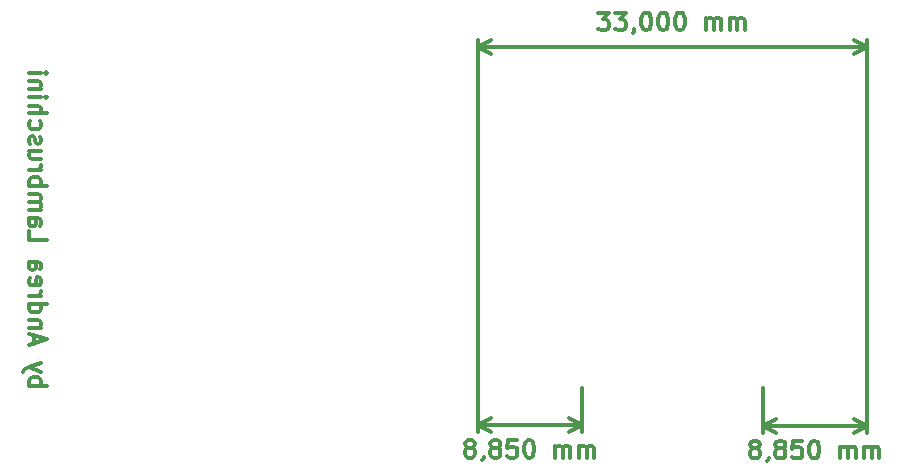
<source format=gbr>
G04 #@! TF.GenerationSoftware,KiCad,Pcbnew,5.0.2-bee76a0~70~ubuntu16.04.1*
G04 #@! TF.CreationDate,2021-09-15T08:57:49+02:00*
G04 #@! TF.ProjectId,axis2,61786973-322e-46b6-9963-61645f706362,rev?*
G04 #@! TF.SameCoordinates,Original*
G04 #@! TF.FileFunction,Legend,Bot*
G04 #@! TF.FilePolarity,Positive*
%FSLAX46Y46*%
G04 Gerber Fmt 4.6, Leading zero omitted, Abs format (unit mm)*
G04 Created by KiCad (PCBNEW 5.0.2-bee76a0~70~ubuntu16.04.1) date mer 15 set 2021 08:57:49 CEST*
%MOMM*%
%LPD*%
G01*
G04 APERTURE LIST*
%ADD10C,0.300000*%
G04 APERTURE END LIST*
D10*
X153842127Y-109332932D02*
X153699270Y-109261504D01*
X153627841Y-109190075D01*
X153556413Y-109047218D01*
X153556413Y-108975789D01*
X153627841Y-108832932D01*
X153699270Y-108761504D01*
X153842127Y-108690075D01*
X154127841Y-108690075D01*
X154270698Y-108761504D01*
X154342127Y-108832932D01*
X154413555Y-108975789D01*
X154413555Y-109047218D01*
X154342127Y-109190075D01*
X154270698Y-109261504D01*
X154127841Y-109332932D01*
X153842127Y-109332932D01*
X153699270Y-109404361D01*
X153627841Y-109475789D01*
X153556413Y-109618646D01*
X153556413Y-109904361D01*
X153627841Y-110047218D01*
X153699270Y-110118646D01*
X153842127Y-110190075D01*
X154127841Y-110190075D01*
X154270698Y-110118646D01*
X154342127Y-110047218D01*
X154413555Y-109904361D01*
X154413555Y-109618646D01*
X154342127Y-109475789D01*
X154270698Y-109404361D01*
X154127841Y-109332932D01*
X155127841Y-110118646D02*
X155127841Y-110190075D01*
X155056413Y-110332932D01*
X154984984Y-110404361D01*
X155984984Y-109332932D02*
X155842127Y-109261504D01*
X155770698Y-109190075D01*
X155699270Y-109047218D01*
X155699270Y-108975789D01*
X155770698Y-108832932D01*
X155842127Y-108761504D01*
X155984984Y-108690075D01*
X156270698Y-108690075D01*
X156413555Y-108761504D01*
X156484984Y-108832932D01*
X156556413Y-108975789D01*
X156556413Y-109047218D01*
X156484984Y-109190075D01*
X156413555Y-109261504D01*
X156270698Y-109332932D01*
X155984984Y-109332932D01*
X155842127Y-109404361D01*
X155770698Y-109475789D01*
X155699270Y-109618646D01*
X155699270Y-109904361D01*
X155770698Y-110047218D01*
X155842127Y-110118646D01*
X155984984Y-110190075D01*
X156270698Y-110190075D01*
X156413555Y-110118646D01*
X156484984Y-110047218D01*
X156556413Y-109904361D01*
X156556413Y-109618646D01*
X156484984Y-109475789D01*
X156413555Y-109404361D01*
X156270698Y-109332932D01*
X157913555Y-108690075D02*
X157199270Y-108690075D01*
X157127841Y-109404361D01*
X157199270Y-109332932D01*
X157342127Y-109261504D01*
X157699270Y-109261504D01*
X157842127Y-109332932D01*
X157913555Y-109404361D01*
X157984984Y-109547218D01*
X157984984Y-109904361D01*
X157913555Y-110047218D01*
X157842127Y-110118646D01*
X157699270Y-110190075D01*
X157342127Y-110190075D01*
X157199270Y-110118646D01*
X157127841Y-110047218D01*
X158913555Y-108690075D02*
X159056413Y-108690075D01*
X159199270Y-108761504D01*
X159270698Y-108832932D01*
X159342127Y-108975789D01*
X159413555Y-109261504D01*
X159413555Y-109618646D01*
X159342127Y-109904361D01*
X159270698Y-110047218D01*
X159199270Y-110118646D01*
X159056413Y-110190075D01*
X158913555Y-110190075D01*
X158770698Y-110118646D01*
X158699270Y-110047218D01*
X158627841Y-109904361D01*
X158556413Y-109618646D01*
X158556413Y-109261504D01*
X158627841Y-108975789D01*
X158699270Y-108832932D01*
X158770698Y-108761504D01*
X158913555Y-108690075D01*
X161199270Y-110190075D02*
X161199270Y-109190075D01*
X161199270Y-109332932D02*
X161270698Y-109261504D01*
X161413555Y-109190075D01*
X161627841Y-109190075D01*
X161770698Y-109261504D01*
X161842127Y-109404361D01*
X161842127Y-110190075D01*
X161842127Y-109404361D02*
X161913555Y-109261504D01*
X162056413Y-109190075D01*
X162270698Y-109190075D01*
X162413555Y-109261504D01*
X162484984Y-109404361D01*
X162484984Y-110190075D01*
X163199270Y-110190075D02*
X163199270Y-109190075D01*
X163199270Y-109332932D02*
X163270698Y-109261504D01*
X163413555Y-109190075D01*
X163627841Y-109190075D01*
X163770698Y-109261504D01*
X163842127Y-109404361D01*
X163842127Y-110190075D01*
X163842127Y-109404361D02*
X163913555Y-109261504D01*
X164056413Y-109190075D01*
X164270698Y-109190075D01*
X164413555Y-109261504D01*
X164484984Y-109404361D01*
X164484984Y-110190075D01*
X163481413Y-107411504D02*
X154631413Y-107411504D01*
X163481413Y-104261504D02*
X163481413Y-107997925D01*
X154631413Y-104261504D02*
X154631413Y-107997925D01*
X154631413Y-107411504D02*
X155757917Y-106825083D01*
X154631413Y-107411504D02*
X155757917Y-107997925D01*
X163481413Y-107411504D02*
X162354909Y-106825083D01*
X163481413Y-107411504D02*
X162354909Y-107997925D01*
X92521428Y-104050000D02*
X94021428Y-104050000D01*
X93450000Y-104050000D02*
X93521428Y-103907142D01*
X93521428Y-103621428D01*
X93450000Y-103478571D01*
X93378571Y-103407142D01*
X93235714Y-103335714D01*
X92807142Y-103335714D01*
X92664285Y-103407142D01*
X92592857Y-103478571D01*
X92521428Y-103621428D01*
X92521428Y-103907142D01*
X92592857Y-104050000D01*
X93521428Y-102835714D02*
X92521428Y-102478571D01*
X93521428Y-102121428D02*
X92521428Y-102478571D01*
X92164285Y-102621428D01*
X92092857Y-102692857D01*
X92021428Y-102835714D01*
X92950000Y-100478571D02*
X92950000Y-99764285D01*
X92521428Y-100621428D02*
X94021428Y-100121428D01*
X92521428Y-99621428D01*
X93521428Y-99121428D02*
X92521428Y-99121428D01*
X93378571Y-99121428D02*
X93450000Y-99050000D01*
X93521428Y-98907142D01*
X93521428Y-98692857D01*
X93450000Y-98550000D01*
X93307142Y-98478571D01*
X92521428Y-98478571D01*
X92521428Y-97121428D02*
X94021428Y-97121428D01*
X92592857Y-97121428D02*
X92521428Y-97264285D01*
X92521428Y-97550000D01*
X92592857Y-97692857D01*
X92664285Y-97764285D01*
X92807142Y-97835714D01*
X93235714Y-97835714D01*
X93378571Y-97764285D01*
X93450000Y-97692857D01*
X93521428Y-97550000D01*
X93521428Y-97264285D01*
X93450000Y-97121428D01*
X92521428Y-96407142D02*
X93521428Y-96407142D01*
X93235714Y-96407142D02*
X93378571Y-96335714D01*
X93450000Y-96264285D01*
X93521428Y-96121428D01*
X93521428Y-95978571D01*
X92592857Y-94907142D02*
X92521428Y-95050000D01*
X92521428Y-95335714D01*
X92592857Y-95478571D01*
X92735714Y-95550000D01*
X93307142Y-95550000D01*
X93450000Y-95478571D01*
X93521428Y-95335714D01*
X93521428Y-95050000D01*
X93450000Y-94907142D01*
X93307142Y-94835714D01*
X93164285Y-94835714D01*
X93021428Y-95550000D01*
X92521428Y-93550000D02*
X93307142Y-93550000D01*
X93450000Y-93621428D01*
X93521428Y-93764285D01*
X93521428Y-94050000D01*
X93450000Y-94192857D01*
X92592857Y-93550000D02*
X92521428Y-93692857D01*
X92521428Y-94050000D01*
X92592857Y-94192857D01*
X92735714Y-94264285D01*
X92878571Y-94264285D01*
X93021428Y-94192857D01*
X93092857Y-94050000D01*
X93092857Y-93692857D01*
X93164285Y-93550000D01*
X92521428Y-90978571D02*
X92521428Y-91692857D01*
X94021428Y-91692857D01*
X92521428Y-89835714D02*
X93307142Y-89835714D01*
X93450000Y-89907142D01*
X93521428Y-90050000D01*
X93521428Y-90335714D01*
X93450000Y-90478571D01*
X92592857Y-89835714D02*
X92521428Y-89978571D01*
X92521428Y-90335714D01*
X92592857Y-90478571D01*
X92735714Y-90550000D01*
X92878571Y-90550000D01*
X93021428Y-90478571D01*
X93092857Y-90335714D01*
X93092857Y-89978571D01*
X93164285Y-89835714D01*
X92521428Y-89121428D02*
X93521428Y-89121428D01*
X93378571Y-89121428D02*
X93450000Y-89050000D01*
X93521428Y-88907142D01*
X93521428Y-88692857D01*
X93450000Y-88550000D01*
X93307142Y-88478571D01*
X92521428Y-88478571D01*
X93307142Y-88478571D02*
X93450000Y-88407142D01*
X93521428Y-88264285D01*
X93521428Y-88050000D01*
X93450000Y-87907142D01*
X93307142Y-87835714D01*
X92521428Y-87835714D01*
X92521428Y-87121428D02*
X94021428Y-87121428D01*
X93450000Y-87121428D02*
X93521428Y-86978571D01*
X93521428Y-86692857D01*
X93450000Y-86550000D01*
X93378571Y-86478571D01*
X93235714Y-86407142D01*
X92807142Y-86407142D01*
X92664285Y-86478571D01*
X92592857Y-86550000D01*
X92521428Y-86692857D01*
X92521428Y-86978571D01*
X92592857Y-87121428D01*
X92521428Y-85764285D02*
X93521428Y-85764285D01*
X93235714Y-85764285D02*
X93378571Y-85692857D01*
X93450000Y-85621428D01*
X93521428Y-85478571D01*
X93521428Y-85335714D01*
X93521428Y-84192857D02*
X92521428Y-84192857D01*
X93521428Y-84835714D02*
X92735714Y-84835714D01*
X92592857Y-84764285D01*
X92521428Y-84621428D01*
X92521428Y-84407142D01*
X92592857Y-84264285D01*
X92664285Y-84192857D01*
X92592857Y-83550000D02*
X92521428Y-83407142D01*
X92521428Y-83121428D01*
X92592857Y-82978571D01*
X92735714Y-82907142D01*
X92807142Y-82907142D01*
X92950000Y-82978571D01*
X93021428Y-83121428D01*
X93021428Y-83335714D01*
X93092857Y-83478571D01*
X93235714Y-83550000D01*
X93307142Y-83550000D01*
X93450000Y-83478571D01*
X93521428Y-83335714D01*
X93521428Y-83121428D01*
X93450000Y-82978571D01*
X92592857Y-81621428D02*
X92521428Y-81764285D01*
X92521428Y-82050000D01*
X92592857Y-82192857D01*
X92664285Y-82264285D01*
X92807142Y-82335714D01*
X93235714Y-82335714D01*
X93378571Y-82264285D01*
X93450000Y-82192857D01*
X93521428Y-82050000D01*
X93521428Y-81764285D01*
X93450000Y-81621428D01*
X92521428Y-80978571D02*
X94021428Y-80978571D01*
X92521428Y-80335714D02*
X93307142Y-80335714D01*
X93450000Y-80407142D01*
X93521428Y-80550000D01*
X93521428Y-80764285D01*
X93450000Y-80907142D01*
X93378571Y-80978571D01*
X92521428Y-79621428D02*
X93521428Y-79621428D01*
X94021428Y-79621428D02*
X93950000Y-79692857D01*
X93878571Y-79621428D01*
X93950000Y-79550000D01*
X94021428Y-79621428D01*
X93878571Y-79621428D01*
X93521428Y-78907142D02*
X92521428Y-78907142D01*
X93378571Y-78907142D02*
X93450000Y-78835714D01*
X93521428Y-78692857D01*
X93521428Y-78478571D01*
X93450000Y-78335714D01*
X93307142Y-78264285D01*
X92521428Y-78264285D01*
X92521428Y-77550000D02*
X93521428Y-77550000D01*
X94021428Y-77550000D02*
X93950000Y-77621428D01*
X93878571Y-77550000D01*
X93950000Y-77478571D01*
X94021428Y-77550000D01*
X93878571Y-77550000D01*
X129710714Y-109271428D02*
X129567857Y-109200000D01*
X129496428Y-109128571D01*
X129425000Y-108985714D01*
X129425000Y-108914285D01*
X129496428Y-108771428D01*
X129567857Y-108700000D01*
X129710714Y-108628571D01*
X129996428Y-108628571D01*
X130139285Y-108700000D01*
X130210714Y-108771428D01*
X130282142Y-108914285D01*
X130282142Y-108985714D01*
X130210714Y-109128571D01*
X130139285Y-109200000D01*
X129996428Y-109271428D01*
X129710714Y-109271428D01*
X129567857Y-109342857D01*
X129496428Y-109414285D01*
X129425000Y-109557142D01*
X129425000Y-109842857D01*
X129496428Y-109985714D01*
X129567857Y-110057142D01*
X129710714Y-110128571D01*
X129996428Y-110128571D01*
X130139285Y-110057142D01*
X130210714Y-109985714D01*
X130282142Y-109842857D01*
X130282142Y-109557142D01*
X130210714Y-109414285D01*
X130139285Y-109342857D01*
X129996428Y-109271428D01*
X130996428Y-110057142D02*
X130996428Y-110128571D01*
X130925000Y-110271428D01*
X130853571Y-110342857D01*
X131853571Y-109271428D02*
X131710714Y-109200000D01*
X131639285Y-109128571D01*
X131567857Y-108985714D01*
X131567857Y-108914285D01*
X131639285Y-108771428D01*
X131710714Y-108700000D01*
X131853571Y-108628571D01*
X132139285Y-108628571D01*
X132282142Y-108700000D01*
X132353571Y-108771428D01*
X132425000Y-108914285D01*
X132425000Y-108985714D01*
X132353571Y-109128571D01*
X132282142Y-109200000D01*
X132139285Y-109271428D01*
X131853571Y-109271428D01*
X131710714Y-109342857D01*
X131639285Y-109414285D01*
X131567857Y-109557142D01*
X131567857Y-109842857D01*
X131639285Y-109985714D01*
X131710714Y-110057142D01*
X131853571Y-110128571D01*
X132139285Y-110128571D01*
X132282142Y-110057142D01*
X132353571Y-109985714D01*
X132425000Y-109842857D01*
X132425000Y-109557142D01*
X132353571Y-109414285D01*
X132282142Y-109342857D01*
X132139285Y-109271428D01*
X133782142Y-108628571D02*
X133067857Y-108628571D01*
X132996428Y-109342857D01*
X133067857Y-109271428D01*
X133210714Y-109200000D01*
X133567857Y-109200000D01*
X133710714Y-109271428D01*
X133782142Y-109342857D01*
X133853571Y-109485714D01*
X133853571Y-109842857D01*
X133782142Y-109985714D01*
X133710714Y-110057142D01*
X133567857Y-110128571D01*
X133210714Y-110128571D01*
X133067857Y-110057142D01*
X132996428Y-109985714D01*
X134782142Y-108628571D02*
X134925000Y-108628571D01*
X135067857Y-108700000D01*
X135139285Y-108771428D01*
X135210714Y-108914285D01*
X135282142Y-109200000D01*
X135282142Y-109557142D01*
X135210714Y-109842857D01*
X135139285Y-109985714D01*
X135067857Y-110057142D01*
X134925000Y-110128571D01*
X134782142Y-110128571D01*
X134639285Y-110057142D01*
X134567857Y-109985714D01*
X134496428Y-109842857D01*
X134425000Y-109557142D01*
X134425000Y-109200000D01*
X134496428Y-108914285D01*
X134567857Y-108771428D01*
X134639285Y-108700000D01*
X134782142Y-108628571D01*
X137067857Y-110128571D02*
X137067857Y-109128571D01*
X137067857Y-109271428D02*
X137139285Y-109200000D01*
X137282142Y-109128571D01*
X137496428Y-109128571D01*
X137639285Y-109200000D01*
X137710714Y-109342857D01*
X137710714Y-110128571D01*
X137710714Y-109342857D02*
X137782142Y-109200000D01*
X137925000Y-109128571D01*
X138139285Y-109128571D01*
X138282142Y-109200000D01*
X138353571Y-109342857D01*
X138353571Y-110128571D01*
X139067857Y-110128571D02*
X139067857Y-109128571D01*
X139067857Y-109271428D02*
X139139285Y-109200000D01*
X139282142Y-109128571D01*
X139496428Y-109128571D01*
X139639285Y-109200000D01*
X139710714Y-109342857D01*
X139710714Y-110128571D01*
X139710714Y-109342857D02*
X139782142Y-109200000D01*
X139925000Y-109128571D01*
X140139285Y-109128571D01*
X140282142Y-109200000D01*
X140353571Y-109342857D01*
X140353571Y-110128571D01*
X130500000Y-107350000D02*
X139350000Y-107350000D01*
X130500000Y-104250000D02*
X130500000Y-107936421D01*
X139350000Y-104250000D02*
X139350000Y-107936421D01*
X139350000Y-107350000D02*
X138223496Y-107936421D01*
X139350000Y-107350000D02*
X138223496Y-106763579D01*
X130500000Y-107350000D02*
X131626504Y-107936421D01*
X130500000Y-107350000D02*
X131626504Y-106763579D01*
X140697366Y-72444736D02*
X141625938Y-72444736D01*
X141125938Y-73016165D01*
X141340223Y-73016165D01*
X141483081Y-73087593D01*
X141554509Y-73159022D01*
X141625938Y-73301879D01*
X141625938Y-73659022D01*
X141554509Y-73801879D01*
X141483081Y-73873307D01*
X141340223Y-73944736D01*
X140911652Y-73944736D01*
X140768795Y-73873307D01*
X140697366Y-73801879D01*
X142125938Y-72444736D02*
X143054509Y-72444736D01*
X142554509Y-73016165D01*
X142768795Y-73016165D01*
X142911652Y-73087593D01*
X142983081Y-73159022D01*
X143054509Y-73301879D01*
X143054509Y-73659022D01*
X142983081Y-73801879D01*
X142911652Y-73873307D01*
X142768795Y-73944736D01*
X142340223Y-73944736D01*
X142197366Y-73873307D01*
X142125938Y-73801879D01*
X143768795Y-73873307D02*
X143768795Y-73944736D01*
X143697366Y-74087593D01*
X143625938Y-74159022D01*
X144697366Y-72444736D02*
X144840223Y-72444736D01*
X144983081Y-72516165D01*
X145054509Y-72587593D01*
X145125938Y-72730450D01*
X145197366Y-73016165D01*
X145197366Y-73373307D01*
X145125938Y-73659022D01*
X145054509Y-73801879D01*
X144983081Y-73873307D01*
X144840223Y-73944736D01*
X144697366Y-73944736D01*
X144554509Y-73873307D01*
X144483081Y-73801879D01*
X144411652Y-73659022D01*
X144340223Y-73373307D01*
X144340223Y-73016165D01*
X144411652Y-72730450D01*
X144483081Y-72587593D01*
X144554509Y-72516165D01*
X144697366Y-72444736D01*
X146125938Y-72444736D02*
X146268795Y-72444736D01*
X146411652Y-72516165D01*
X146483081Y-72587593D01*
X146554509Y-72730450D01*
X146625938Y-73016165D01*
X146625938Y-73373307D01*
X146554509Y-73659022D01*
X146483081Y-73801879D01*
X146411652Y-73873307D01*
X146268795Y-73944736D01*
X146125938Y-73944736D01*
X145983081Y-73873307D01*
X145911652Y-73801879D01*
X145840223Y-73659022D01*
X145768795Y-73373307D01*
X145768795Y-73016165D01*
X145840223Y-72730450D01*
X145911652Y-72587593D01*
X145983081Y-72516165D01*
X146125938Y-72444736D01*
X147554509Y-72444736D02*
X147697366Y-72444736D01*
X147840223Y-72516165D01*
X147911652Y-72587593D01*
X147983081Y-72730450D01*
X148054509Y-73016165D01*
X148054509Y-73373307D01*
X147983081Y-73659022D01*
X147911652Y-73801879D01*
X147840223Y-73873307D01*
X147697366Y-73944736D01*
X147554509Y-73944736D01*
X147411652Y-73873307D01*
X147340223Y-73801879D01*
X147268795Y-73659022D01*
X147197366Y-73373307D01*
X147197366Y-73016165D01*
X147268795Y-72730450D01*
X147340223Y-72587593D01*
X147411652Y-72516165D01*
X147554509Y-72444736D01*
X149840223Y-73944736D02*
X149840223Y-72944736D01*
X149840223Y-73087593D02*
X149911652Y-73016165D01*
X150054509Y-72944736D01*
X150268795Y-72944736D01*
X150411652Y-73016165D01*
X150483081Y-73159022D01*
X150483081Y-73944736D01*
X150483081Y-73159022D02*
X150554509Y-73016165D01*
X150697366Y-72944736D01*
X150911652Y-72944736D01*
X151054509Y-73016165D01*
X151125938Y-73159022D01*
X151125938Y-73944736D01*
X151840223Y-73944736D02*
X151840223Y-72944736D01*
X151840223Y-73087593D02*
X151911652Y-73016165D01*
X152054509Y-72944736D01*
X152268795Y-72944736D01*
X152411652Y-73016165D01*
X152483081Y-73159022D01*
X152483081Y-73944736D01*
X152483081Y-73159022D02*
X152554509Y-73016165D01*
X152697366Y-72944736D01*
X152911652Y-72944736D01*
X153054509Y-73016165D01*
X153125938Y-73159022D01*
X153125938Y-73944736D01*
X130483081Y-75366165D02*
X163483081Y-75366165D01*
X130483081Y-104518218D02*
X130483081Y-74779744D01*
X163483081Y-104518218D02*
X163483081Y-74779744D01*
X163483081Y-75366165D02*
X162356577Y-75952586D01*
X163483081Y-75366165D02*
X162356577Y-74779744D01*
X130483081Y-75366165D02*
X131609585Y-75952586D01*
X130483081Y-75366165D02*
X131609585Y-74779744D01*
M02*

</source>
